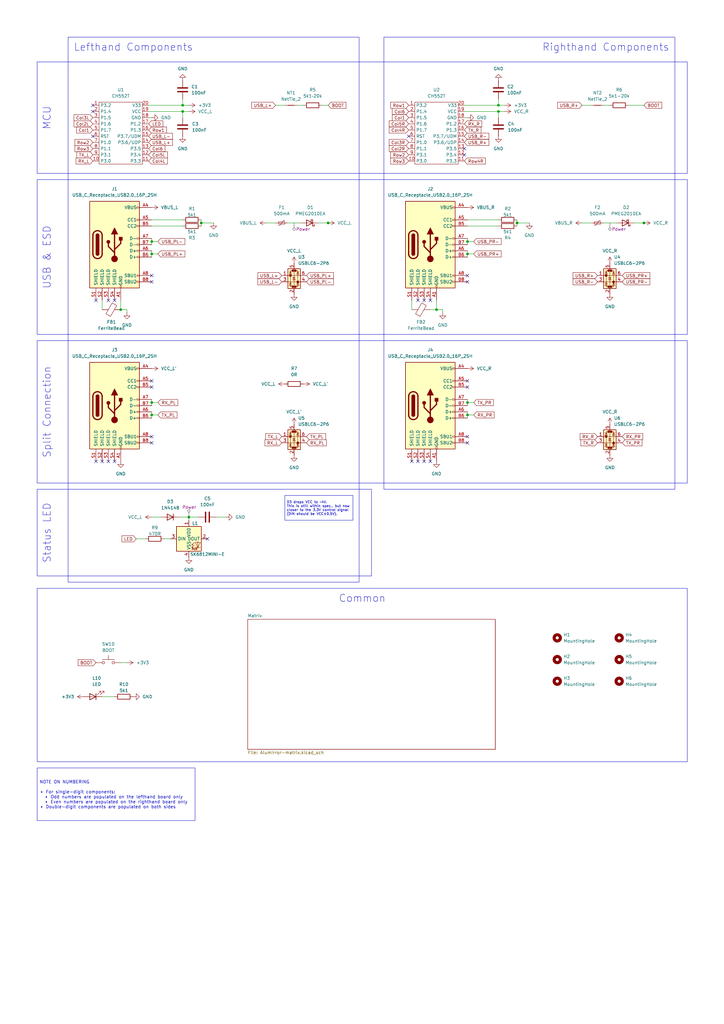
<source format=kicad_sch>
(kicad_sch (version 20231120) (generator "eeschema") (generator_version "8.0")
  (paper "A3" portrait)
  (title_block (title "Alumirror ") (rev "0.1") (company "bgkendall") (comment 1 "Split one-layer reversible keyboard PCB"))
  (lib_symbols
    (symbol "Device:C" (pin_numbers hide) (pin_names (offset 0.254))
      (property "Reference" "C" (at 0.635 2.54 0))
      (property "Value" "C" (at 0.635 -2.54 0))
      (symbol "C_0_1"
        (polyline (pts (xy -2.032 -0.762) (xy 2.032 -0.762)) (stroke (width 0.508)))
        (polyline (pts (xy -2.032 0.762) (xy 2.032 0.762)) (stroke (width 0.508)))
      )
      (symbol "C_1_1"
        (pin passive line (at 0 3.81 270) (length 2.794) (name "~") (number "1"))
        (pin passive line (at 0 -3.81 90) (length 2.794) (name "~") (number "2"))
      )
    )
    (symbol "Device:D" (pin_numbers hide) (pin_names (offset 1.016) hide)
      (property "Reference" "D" (at 0 2.54 0))
      (property "Value" "D" (at 0 -2.54 0))
      (symbol "D_0_1"
        (polyline (pts (xy -1.27 1.27) (xy -1.27 -1.27)) (stroke (width 0.254)))
        (polyline (pts (xy 1.27 0) (xy -1.27 0)))
        (polyline (pts (xy 1.27 1.27) (xy 1.27 -1.27) (xy -1.27 0) (xy 1.27 1.27)) (stroke (width 0.254)))
      )
      (symbol "D_1_1"
        (pin passive line (at -3.81 0 0) (length 2.54) (name "K") (number "1"))
        (pin passive line (at 3.81 0 180) (length 2.54) (name "A") (number "2"))
      )
    )
    (symbol "Device:D_Schottky" (pin_numbers hide) (pin_names (offset 1.016) hide)
      (property "Reference" "D" (at 0 2.54 0))
      (property "Value" "D_Schottky" (at 0 -2.54 0))
      (symbol "D_Schottky_0_1"
        (polyline (pts (xy 1.27 0) (xy -1.27 0)))
        (polyline (pts (xy 1.27 1.27) (xy 1.27 -1.27) (xy -1.27 0) (xy 1.27 1.27)) (stroke (width 0.254)))
        (polyline (pts (xy -1.905 0.635) (xy -1.905 1.27) (xy -1.27 1.27) (xy -1.27 -1.27) (xy -0.635 -1.27) (xy -0.635 -0.635)) (stroke (width 0.254)))
      )
      (symbol "D_Schottky_1_1"
        (pin passive line (at -3.81 0 0) (length 2.54) (name "K") (number "1"))
        (pin passive line (at 3.81 0 180) (length 2.54) (name "A") (number "2"))
      )
    )
    (symbol "Device:FerriteBead" (pin_numbers hide) (pin_names (offset 0))
      (property "Reference" "FB" (at -3.81 0.635 90))
      (property "Value" "FerriteBead" (at 3.81 0 90))
      (symbol "FerriteBead_0_1"
        (polyline (pts (xy 0 -1.27) (xy 0 -1.2192)))
        (polyline (pts (xy 0 1.27) (xy 0 1.2954)))
        (polyline (pts (xy -2.7686 0.4064) (xy -1.7018 2.2606) (xy 2.7686 -0.3048) (xy 1.6764 -2.159) (xy -2.7686 0.4064)))
      )
      (symbol "FerriteBead_1_1"
        (pin passive line (at 0 3.81 270) (length 2.54) (name "~") (number "1"))
        (pin passive line (at 0 -3.81 90) (length 2.54) (name "~") (number "2"))
      )
    )
    (symbol "Device:LED" (pin_numbers hide) (pin_names (offset 1.016) hide)
      (property "Reference" "D" (at 0 2.54 0))
      (property "Value" "LED" (at 0 -2.54 0))
      (symbol "LED_0_1"
        (polyline (pts (xy -1.27 -1.27) (xy -1.27 1.27)) (stroke (width 0.254)))
        (polyline (pts (xy -1.27 0) (xy 1.27 0)))
        (polyline (pts (xy 1.27 -1.27) (xy 1.27 1.27) (xy -1.27 0) (xy 1.27 -1.27)) (stroke (width 0.254)))
        (polyline (pts (xy -3.048 -0.762) (xy -4.572 -2.286) (xy -3.81 -2.286) (xy -4.572 -2.286) (xy -4.572 -1.524)))
        (polyline (pts (xy -1.778 -0.762) (xy -3.302 -2.286) (xy -2.54 -2.286) (xy -3.302 -2.286) (xy -3.302 -1.524)))
      )
      (symbol "LED_1_1"
        (pin passive line (at -3.81 0 0) (length 2.54) (name "K") (number "1"))
        (pin passive line (at 3.81 0 180) (length 2.54) (name "A") (number "2"))
      )
    )
    (symbol "Device:NetTie_2" (pin_numbers hide) (pin_names (offset 0) hide) (in_bom no)
      (property "Reference" "NT" (at 0 1.27 0))
      (property "Value" "NetTie_2" (at 0 -1.27 0))
      (symbol "NetTie_2_0_1"
        (polyline (pts (xy -1.27 0) (xy 1.27 0)) (stroke (width 0.254)))
      )
      (symbol "NetTie_2_1_1"
        (pin passive line (at -2.54 0 0) (length 2.54) (name "1") (number "1"))
        (pin passive line (at 2.54 0 180) (length 2.54) (name "2") (number "2"))
      )
    )
    (symbol "Device:Polyfuse_Small" (pin_numbers hide) (pin_names (offset 0))
      (property "Reference" "F" (at -1.905 0 90))
      (property "Value" "Polyfuse_Small" (at 1.905 0 90))
      (symbol "Polyfuse_Small_0_1"
        (rectangle (start -0.508 1.27) (end 0.508 -1.27))
        (polyline (pts (xy 0 2.54) (xy 0 -2.54)))
        (polyline (pts (xy -1.016 1.27) (xy -1.016 0.762) (xy 1.016 -0.762) (xy 1.016 -1.27)))
      )
      (symbol "Polyfuse_Small_1_1"
        (pin passive line (at 0 2.54 270) (length 0.635) (name "~") (number "1"))
        (pin passive line (at 0 -2.54 90) (length 0.635) (name "~") (number "2"))
      )
    )
    (symbol "Device:R" (pin_numbers hide) (pin_names (offset 0))
      (property "Reference" "R" (at 2.032 0 90))
      (property "Value" "R" (at 0 0 90))
      (symbol "R_0_1"
        (rectangle (start -1.016 -2.54) (end 1.016 2.54) (stroke (width 0.254)))
      )
      (symbol "R_1_1"
        (pin passive line (at 0 3.81 270) (length 1.27) (name "~") (number "1"))
        (pin passive line (at 0 -3.81 90) (length 1.27) (name "~") (number "2"))
      )
    )
    (symbol "Mechanical:MountingHole" (pin_names (offset 1.016)) (exclude_from_sim yes) (in_bom no)
      (property "Reference" "H" (at 0 5.08 0))
      (property "Value" "MountingHole" (at 0 3.175 0))
      (symbol "MountingHole_0_1"
        (circle (center 0 0) (radius 1.27) (stroke (width 1.27)))
      )
    )
    (symbol "PCM_marbastlib-various:SK6812MINI-E"
      (property "Reference" "LED" (at 2.54 6.35 0))
      (property "Value" "SK6812MINI-E" (at 7.62 -6.35 0))
      (symbol "SK6812MINI-E_0_0"
        (text "RGB" (at 2.286 -4.191 0) (effects (font (size 0.762 0.762))))
      )
      (symbol "SK6812MINI-E_0_1"
        (polyline (pts (xy 1.27 -3.556) (xy 1.778 -3.556)))
        (polyline (pts (xy 1.27 -2.54) (xy 1.778 -2.54)))
        (polyline (pts (xy 4.699 -3.556) (xy 2.667 -3.556)))
        (polyline (pts (xy 2.286 -2.54) (xy 1.27 -3.556) (xy 1.27 -3.048)))
        (polyline (pts (xy 2.286 -1.524) (xy 1.27 -2.54) (xy 1.27 -2.032)))
        (polyline (pts (xy 3.683 -1.016) (xy 3.683 -3.556) (xy 3.683 -4.064)))
        (polyline (pts (xy 4.699 -1.524) (xy 2.667 -1.524) (xy 3.683 -3.556) (xy 4.699 -1.524)))
        (rectangle (start 5.08 5.08) (end -5.08 -5.08) (stroke (width 0.254)) (fill (type background)))
      )
      (symbol "SK6812MINI-E_1_1"
        (pin power_in line (at 0 7.62 270) (length 2.54) (name "VDD") (number "1"))
        (pin output line (at 7.62 0 180) (length 2.54) (name "DOUT") (number "2"))
        (pin input line (at -7.62 0 0) (length 2.54) (name "DIN") (number "3"))
        (pin power_in line (at 0 -7.62 90) (length 2.54) (name "VSS") (number "4"))
      )
    )
    (symbol "Power_Protection:USBLC6-2P6" (pin_names hide)
      (property "Reference" "U" (at 0.635 5.715 0))
      (property "Value" "USBLC6-2P6" (at 0.635 3.81 0))
      (symbol "USBLC6-2P6_0_0"
        (circle (center -1.524 0) (radius 0.0001) (stroke (width 0.508)))
        (circle (center -0.508 -4.572) (radius 0.0001) (stroke (width 0.508)))
        (circle (center -0.508 2.032) (radius 0.0001) (stroke (width 0.508)))
        (circle (center 0.508 -4.572) (radius 0.0001) (stroke (width 0.508)))
        (circle (center 0.508 2.032) (radius 0.0001) (stroke (width 0.508)))
        (circle (center 1.524 -2.54) (radius 0.0001) (stroke (width 0.508)))
      )
      (symbol "USBLC6-2P6_0_1"
        (polyline (pts (xy -2.54 -2.54) (xy 2.54 -2.54)))
        (polyline (pts (xy -2.54 0) (xy 2.54 0)))
        (polyline (pts (xy -2.032 -3.048) (xy -1.016 -3.048)))
        (polyline (pts (xy -1.016 1.524) (xy -2.032 1.524)))
        (polyline (pts (xy 1.016 -3.048) (xy 2.032 -3.048)))
        (polyline (pts (xy 1.016 1.524) (xy 2.032 1.524)))
        (polyline (pts (xy -0.508 -1.143) (xy -0.508 -0.762) (xy 0.508 -0.762)))
        (polyline (pts (xy -2.032 0.508) (xy -1.016 0.508) (xy -1.524 1.524) (xy -2.032 0.508)))
        (polyline (pts (xy -1.016 -4.064) (xy -2.032 -4.064) (xy -1.524 -3.048) (xy -1.016 -4.064)))
        (polyline (pts (xy 0.508 -1.778) (xy -0.508 -1.778) (xy 0 -0.762) (xy 0.508 -1.778)))
        (polyline (pts (xy 2.032 -4.064) (xy 1.016 -4.064) (xy 1.524 -3.048) (xy 2.032 -4.064)))
        (polyline (pts (xy 2.032 0.508) (xy 1.016 0.508) (xy 1.524 1.524) (xy 2.032 0.508)))
        (polyline (pts (xy 0 2.54) (xy -0.508 2.032) (xy 0.508 2.032) (xy 0 1.524) (xy 0 -4.064) (xy -0.508 -4.572) (xy 0.508 -4.572) (xy 0 -5.08)))
      )
      (symbol "USBLC6-2P6_1_1"
        (rectangle (start -2.54 2.794) (end 2.54 -5.334) (stroke (width 0.254)) (fill (type background)))
        (polyline (pts (xy -0.508 2.032) (xy -1.524 2.032) (xy -1.524 -4.572) (xy -0.508 -4.572)))
        (polyline (pts (xy 0.508 -4.572) (xy 1.524 -4.572) (xy 1.524 2.032) (xy 0.508 2.032)))
        (pin passive line (at -5.08 0 0) (length 2.54) (name "I/O1") (number "1"))
        (pin passive line (at 0 -7.62 90) (length 2.54) (name "GND") (number "2"))
        (pin passive line (at -5.08 -2.54 0) (length 2.54) (name "I/O2") (number "3"))
        (pin passive line (at 5.08 -2.54 180) (length 2.54) (name "I/O2") (number "4"))
        (pin passive line (at 0 5.08 270) (length 2.54) (name "VBUS") (number "5"))
        (pin passive line (at 5.08 0 180) (length 2.54) (name "I/O1") (number "6"))
      )
    )
    (symbol "Project Library:MCU_CH552T_TSSOP-20"
      (property "Reference" "U1" (at 0.254 13.97 0))
      (property "Value" "CH552T" (at 0.254 11.43 0))
      (symbol "MCU_CH552T_TSSOP-20_0_1"
        (rectangle (start -8.89 10.16) (end 8.89 -15.24))
      )
      (symbol "MCU_CH552T_TSSOP-20_1_1"
        (pin input line (at -11.43 8.89 0) (length 2.54) (name "P3.2") (number "1"))
        (pin input line (at -11.43 -13.97 0) (length 2.54) (name "P3.0") (number "10"))
        (pin input line (at 11.43 -13.97 180) (length 2.54) (name "P3.3") (number "11"))
        (pin input line (at 11.43 -11.43 180) (length 2.54) (name "P3.4") (number "12"))
        (pin input line (at 11.43 -8.89 180) (length 2.54) (name "P3.5") (number "13"))
        (pin input line (at 11.43 -6.35 180) (length 2.54) (name "P3.6/UDP") (number "14"))
        (pin input line (at 11.43 -3.81 180) (length 2.54) (name "P3.7/UDM") (number "15"))
        (pin input line (at 11.43 -1.27 180) (length 2.54) (name "P1.3") (number "16"))
        (pin input line (at 11.43 1.27 180) (length 2.54) (name "P1.2") (number "17"))
        (pin input line (at 11.43 3.81 180) (length 2.54) (name "GND") (number "18"))
        (pin input line (at 11.43 6.35 180) (length 2.54) (name "VCC") (number "19"))
        (pin input line (at -11.43 6.35 0) (length 2.54) (name "P1.4") (number "2"))
        (pin input line (at 11.43 8.89 180) (length 2.54) (name "V33") (number "20"))
        (pin input line (at -11.43 3.81 0) (length 2.54) (name "P1.5") (number "3"))
        (pin input line (at -11.43 1.27 0) (length 2.54) (name "P1.6") (number "4"))
        (pin input line (at -11.43 -1.27 0) (length 2.54) (name "P1.7") (number "5"))
        (pin input line (at -11.43 -3.81 0) (length 2.54) (name "RST") (number "6"))
        (pin input line (at -11.43 -6.35 0) (length 2.54) (name "P1.0") (number "7"))
        (pin input line (at -11.43 -8.89 0) (length 2.54) (name "P1.1") (number "8"))
        (pin input line (at -11.43 -11.43 0) (length 2.54) (name "P3.1") (number "9"))
      )
    )
    (symbol "Project Library:USB_C_Receptacle_USB2.0_16P_2SH" (pin_names (offset 1.016))
      (property "Reference" "J" (at 0 22.225 0))
      (property "Value" "USB_C_Receptacle_USB2.0_16P_2SH" (at 0 19.685 0))
      (symbol "USB_C_Receptacle_USB2.0_16P_2SH_0_0"
        (rectangle (start 2.286 -17.78) (end 2.794 -16.764))
        (rectangle (start 10.16 -14.986) (end 9.144 -15.494))
        (rectangle (start 10.16 -12.446) (end 9.144 -12.954))
        (rectangle (start 10.16 -4.826) (end 9.144 -5.334))
        (rectangle (start 10.16 -2.286) (end 9.144 -2.794))
        (rectangle (start 10.16 0.254) (end 9.144 -0.254))
        (rectangle (start 10.16 2.794) (end 9.144 2.286))
        (rectangle (start 10.16 7.874) (end 9.144 7.366))
        (rectangle (start 10.16 10.414) (end 9.144 9.906))
        (rectangle (start 10.16 15.494) (end 9.144 14.986))
      )
      (symbol "USB_C_Receptacle_USB2.0_16P_2SH_0_1"
        (rectangle (start -10.16 17.78) (end 10.16 -17.78) (stroke (width 0.254)) (fill (type background)))
        (arc (start -8.89 -3.81) (mid -6.985 -5.7067) (end -5.08 -3.81) (stroke (width 0.508)))
        (arc (start -7.62 -3.81) (mid -6.985 -4.4423) (end -6.35 -3.81) (stroke (width 0.254)))
        (arc (start -7.62 -3.81) (mid -6.985 -4.4423) (end -6.35 -3.81) (stroke (width 0.254)) (fill (type outline)))
        (rectangle (start -7.62 -3.81) (end -6.35 3.81) (stroke (width 0.254)) (fill (type outline)))
        (arc (start -6.35 3.81) (mid -6.985 4.4423) (end -7.62 3.81) (stroke (width 0.254)))
        (arc (start -6.35 3.81) (mid -6.985 4.4423) (end -7.62 3.81) (stroke (width 0.254)) (fill (type outline)))
        (arc (start -5.08 3.81) (mid -6.985 5.7067) (end -8.89 3.81) (stroke (width 0.508)))
        (circle (center -2.54 1.143) (radius 0.635) (stroke (width 0.254)) (fill (type outline)))
        (circle (center 0 -5.842) (radius 1.27) (fill (type outline)))
        (polyline (pts (xy -8.89 -3.81) (xy -8.89 3.81)) (stroke (width 0.508)))
        (polyline (pts (xy -5.08 3.81) (xy -5.08 -3.81)) (stroke (width 0.508)))
        (polyline (pts (xy 0 -5.842) (xy 0 4.318)) (stroke (width 0.508)))
        (polyline (pts (xy 0 -3.302) (xy -2.54 -0.762) (xy -2.54 0.508)) (stroke (width 0.508)))
        (polyline (pts (xy 0 -2.032) (xy 2.54 0.508) (xy 2.54 1.778)) (stroke (width 0.508)))
        (polyline (pts (xy -1.27 4.318) (xy 0 6.858) (xy 1.27 4.318) (xy -1.27 4.318)) (stroke (width 0.254)) (fill (type outline)))
        (rectangle (start 1.905 1.778) (end 3.175 3.048) (stroke (width 0.254)) (fill (type outline)))
      )
      (symbol "USB_C_Receptacle_USB2.0_16P_2SH_1_1"
        (pin passive line (at 2.54 -22.86 90) (length 5.08) (name "GND") (number "A1"))
        (pin passive line (at 2.54 -22.86 90) (length 5.08) hide (name "GND") (number "A12"))
        (pin passive line (at 15.24 15.24 180) (length 5.08) (name "VBUS") (number "A4"))
        (pin bidirectional line (at 15.24 10.16 180) (length 5.08) (name "CC1") (number "A5"))
        (pin bidirectional line (at 15.24 -2.54 180) (length 5.08) (name "D+") (number "A6"))
        (pin bidirectional line (at 15.24 2.54 180) (length 5.08) (name "D-") (number "A7"))
        (pin bidirectional line (at 15.24 -12.7 180) (length 5.08) (name "SBU1") (number "A8"))
        (pin passive line (at 15.24 15.24 180) (length 5.08) hide (name "VBUS") (number "A9"))
        (pin passive line (at 2.54 -22.86 90) (length 5.08) hide (name "GND") (number "B1"))
        (pin passive line (at 2.54 -22.86 90) (length 5.08) hide (name "GND") (number "B12"))
        (pin passive line (at 15.24 15.24 180) (length 5.08) hide (name "VBUS") (number "B4"))
        (pin bidirectional line (at 15.24 7.62 180) (length 5.08) (name "CC2") (number "B5"))
        (pin bidirectional line (at 15.24 -5.08 180) (length 5.08) (name "D+") (number "B6"))
        (pin bidirectional line (at 15.24 0 180) (length 5.08) (name "D-") (number "B7"))
        (pin bidirectional line (at 15.24 -15.24 180) (length 5.08) (name "SBU2") (number "B8"))
        (pin passive line (at 15.24 15.24 180) (length 5.08) hide (name "VBUS") (number "B9"))
        (pin passive line (at -7.62 -22.86 90) (length 5.08) (name "SHIELD") (number "S1"))
        (pin passive line (at -5.08 -22.86 90) (length 5.08) (name "SHIELD") (number "S2"))
        (pin passive line (at -2.54 -22.86 90) (length 5.08) (name "SHIELD") (number "S3"))
        (pin passive line (at 0 -22.86 90) (length 5.08) (name "SHIELD") (number "S4"))
      )
    )
    (symbol "Switch:SW_Push" (pin_numbers hide) (pin_names (offset 1.016) hide)
      (property "Reference" "SW" (at 1.27 2.54 0))
      (property "Value" "SW_Push" (at 0 -1.524 0))
      (symbol "SW_Push_0_1"
        (circle (center -2.032 0) (radius 0.508))
        (polyline (pts (xy 0 1.27) (xy 0 3.048)))
        (polyline (pts (xy 2.54 1.27) (xy -2.54 1.27)))
        (circle (center 2.032 0) (radius 0.508))
        (pin passive line (at -5.08 0 0) (length 2.54) (name "1") (number "1"))
        (pin passive line (at 5.08 0 180) (length 2.54) (name "2") (number "2"))
      )
    )
    (symbol "power:+3V3" (power) (pin_names (offset 0))
      (property "Value" "+3V3" (at 0 3.556 0))
      (symbol "+3V3_0_1"
        (polyline (pts (xy -0.762 1.27) (xy 0 2.54)))
        (polyline (pts (xy 0 0) (xy 0 2.54)))
        (polyline (pts (xy 0 2.54) (xy 0.762 1.27)))
      )
      (symbol "+3V3_1_1"
        (pin power_in line (at 0 0 90) (length 0) hide (name "+3V3") (number "1"))
      )
    )
    (symbol "power:GND" (power) (pin_numbers hide) (pin_names (offset 0) hide)
      (property "Value" "GND" (at 0 -3.81 0))
      (symbol "GND_0_1"
        (polyline (pts (xy 0 0) (xy 0 -1.27) (xy 1.27 -1.27) (xy 0 -2.54) (xy -1.27 -1.27) (xy 0 -1.27)))
      )
      (symbol "GND_1_1"
        (pin power_in line (at 0 0 270) (length 0) (name "~") (number "1"))
      )
    )
    (symbol "power:VBUS" (power) (pin_names (offset 0))
      (property "Value" "VBUS" (at 0 3.81 0))
      (symbol "VBUS_0_1"
        (polyline (pts (xy -0.762 1.27) (xy 0 2.54)))
        (polyline (pts (xy 0 0) (xy 0 2.54)))
        (polyline (pts (xy 0 2.54) (xy 0.762 1.27)))
      )
      (symbol "VBUS_1_1"
        (pin power_in line (at 0 0 90) (length 0) hide (name "VBUS") (number "1"))
      )
    )
    (symbol "power:VCC" (power) (pin_names (offset 0))
      (property "Value" "VCC" (at 0 3.81 0))
      (symbol "VCC_0_1"
        (polyline (pts (xy -0.762 1.27) (xy 0 2.54)))
        (polyline (pts (xy 0 0) (xy 0 2.54)))
        (polyline (pts (xy 0 2.54) (xy 0.762 1.27)))
      )
      (symbol "VCC_1_1"
        (pin power_in line (at 0 0 90) (length 0) hide (name "VCC") (number "1"))
      )
    )
  )
  (junction (at 179.07 127))
  (junction (at 62.23 165.1))
  (junction (at 62.23 170.18))
  (junction (at 191.77 170.18))
  (junction (at 264.16 91.44))
  (junction (at 74.93 45.72))
  (junction (at 82.55 91.44))
  (junction (at 62.23 104.14))
  (junction (at 204.47 45.72))
  (junction (at 74.93 43.18))
  (junction (at 134.62 91.44))
  (junction (at 191.77 104.14))
  (junction (at 204.47 43.18))
  (junction (at 212.09 91.44))
  (junction (at 191.77 165.1))
  (junction (at 62.23 99.06))
  (junction (at 49.53 127))
  (junction (at 191.77 99.06))
  (junction (at 77.47 212.09))
  (no_connect (at 190.5 60.96))
  (no_connect (at 173.99 189.23))
  (no_connect (at 168.91 189.23))
  (no_connect (at 44.45 123.19))
  (no_connect (at 62.23 156.21))
  (no_connect (at 176.53 123.19))
  (no_connect (at 171.45 189.23))
  (no_connect (at 62.23 181.61))
  (no_connect (at 38.1 55.88))
  (no_connect (at 191.77 181.61))
  (no_connect (at 62.23 115.57))
  (no_connect (at 191.77 158.75))
  (no_connect (at 167.64 55.88))
  (no_connect (at 176.53 189.23))
  (no_connect (at 62.23 113.03))
  (no_connect (at 39.37 189.23))
  (no_connect (at 38.1 43.18))
  (no_connect (at 190.5 63.5))
  (no_connect (at 85.09 220.98))
  (no_connect (at 46.99 123.19))
  (no_connect (at 44.45 189.23))
  (no_connect (at 191.77 156.21))
  (no_connect (at 41.91 189.23))
  (no_connect (at 62.23 158.75))
  (no_connect (at 171.45 123.19))
  (no_connect (at 38.1 45.72))
  (no_connect (at 191.77 115.57))
  (no_connect (at 191.77 179.07))
  (no_connect (at 39.37 123.19))
  (no_connect (at 191.77 113.03))
  (no_connect (at 173.99 123.19))
  (no_connect (at 62.23 179.07))
  (no_connect (at 46.99 189.23))
  (wire (pts (xy 204.47 45.72) (xy 207.01 45.72)))
  (wire (pts (xy 204.47 92.71) (xy 191.77 92.71)))
  (wire (pts (xy 62.23 168.91) (xy 62.23 170.18)))
  (wire (pts (xy 191.77 170.18) (xy 191.77 171.45)))
  (wire (pts (xy 64.77 99.06) (xy 62.23 99.06)))
  (wire (pts (xy 62.23 97.79) (xy 62.23 99.06)))
  (wire (pts (xy 191.77 163.83) (xy 191.77 165.1)))
  (wire (pts (xy 62.23 99.06) (xy 62.23 100.33)))
  (wire (pts (xy 194.31 170.18) (xy 191.77 170.18)))
  (wire (pts (xy 217.17 91.44) (xy 212.09 91.44)))
  (wire (pts (xy 41.91 123.19) (xy 41.91 127)))
  (wire (pts (xy 181.61 127) (xy 179.07 127)))
  (wire (pts (xy 247.65 91.44) (xy 252.73 91.44)))
  (wire (pts (xy 52.07 271.78) (xy 49.53 271.78)))
  (wire (pts (xy 190.5 45.72) (xy 204.47 45.72)))
  (wire (pts (xy 130.81 91.44) (xy 134.62 91.44)))
  (wire (pts (xy 81.28 212.09) (xy 77.47 212.09)))
  (wire (pts (xy 82.55 90.17) (xy 82.55 91.44)))
  (wire (pts (xy 168.91 127) (xy 168.91 123.19)))
  (wire (pts (xy 264.16 43.18) (xy 257.81 43.18)))
  (wire (pts (xy 87.63 91.44) (xy 82.55 91.44)))
  (wire (pts (xy 74.93 45.72) (xy 77.47 45.72)))
  (wire (pts (xy 74.93 48.26) (xy 74.93 45.72)))
  (wire (pts (xy 134.62 91.44) (xy 135.128 91.44)))
  (wire (pts (xy 212.09 91.44) (xy 212.09 92.71)))
  (wire (pts (xy 109.22 91.44) (xy 113.03 91.44)))
  (wire (pts (xy 60.96 43.18) (xy 74.93 43.18)))
  (wire (pts (xy 62.23 165.1) (xy 62.23 166.37)))
  (wire (pts (xy 190.5 48.26) (xy 191.77 48.26)))
  (wire (pts (xy 74.93 92.71) (xy 62.23 92.71)))
  (wire (pts (xy 204.47 43.18) (xy 207.01 43.18)))
  (wire (pts (xy 55.88 220.98) (xy 59.69 220.98)))
  (wire (pts (xy 194.31 99.06) (xy 191.77 99.06)))
  (wire (pts (xy 179.07 127) (xy 176.53 127)))
  (wire (pts (xy 132.08 43.18) (xy 134.62 43.18)))
  (wire (pts (xy 52.07 127) (xy 52.07 128.27)))
  (wire (pts (xy 62.23 104.14) (xy 62.23 105.41)))
  (wire (pts (xy 64.77 170.18) (xy 62.23 170.18)))
  (wire (pts (xy 62.23 163.83) (xy 62.23 165.1)))
  (wire (pts (xy 238.76 43.18) (xy 242.57 43.18)))
  (wire (pts (xy 52.07 127) (xy 49.53 127)))
  (wire (pts (xy 67.31 220.98) (xy 69.85 220.98)))
  (wire (pts (xy 60.96 48.26) (xy 62.23 48.26)))
  (wire (pts (xy 191.77 168.91) (xy 191.77 170.18)))
  (wire (pts (xy 204.47 48.26) (xy 204.47 45.72)))
  (wire (pts (xy 73.66 212.09) (xy 77.47 212.09)))
  (wire (pts (xy 121.92 43.18) (xy 124.46 43.18)))
  (wire (pts (xy 62.23 170.18) (xy 62.23 171.45)))
  (wire (pts (xy 204.47 40.64) (xy 204.47 43.18)))
  (wire (pts (xy 62.23 212.09) (xy 66.04 212.09)))
  (wire (pts (xy 190.5 43.18) (xy 204.47 43.18)))
  (wire (pts (xy 113.03 43.18) (xy 116.84 43.18)))
  (wire (pts (xy 41.91 285.75) (xy 46.99 285.75)))
  (wire (pts (xy 62.23 102.87) (xy 62.23 104.14)))
  (wire (pts (xy 82.55 91.44) (xy 82.55 92.71)))
  (wire (pts (xy 83.82 220.98) (xy 82.55 220.98)))
  (wire (pts (xy 191.77 102.87) (xy 191.77 104.14)))
  (wire (pts (xy 64.77 165.1) (xy 62.23 165.1)))
  (wire (pts (xy 204.47 90.17) (xy 191.77 90.17)))
  (wire (pts (xy 194.31 104.14) (xy 191.77 104.14)))
  (wire (pts (xy 260.35 91.44) (xy 264.16 91.44)))
  (wire (pts (xy 247.65 43.18) (xy 250.19 43.18)))
  (wire (pts (xy 74.93 90.17) (xy 62.23 90.17)))
  (wire (pts (xy 118.11 91.44) (xy 123.19 91.44)))
  (wire (pts (xy 77.47 212.09) (xy 77.47 213.36)))
  (wire (pts (xy 191.77 104.14) (xy 191.77 105.41)))
  (wire (pts (xy 181.61 127) (xy 181.61 128.27)))
  (wire (pts (xy 191.77 99.06) (xy 191.77 100.33)))
  (wire (pts (xy 238.76 91.44) (xy 242.57 91.44)))
  (wire (pts (xy 49.53 123.19) (xy 49.53 127)))
  (wire (pts (xy 74.93 43.18) (xy 77.47 43.18)))
  (wire (pts (xy 191.77 97.79) (xy 191.77 99.06)))
  (wire (pts (xy 60.96 45.72) (xy 74.93 45.72)))
  (wire (pts (xy 191.77 165.1) (xy 191.77 166.37)))
  (wire (pts (xy 179.07 123.19) (xy 179.07 127)))
  (wire (pts (xy 74.93 40.64) (xy 74.93 43.18)))
  (wire (pts (xy 264.16 91.44) (xy 264.668 91.44)))
  (wire (pts (xy 212.09 90.17) (xy 212.09 91.44)))
  (wire (pts (xy 92.71 212.09) (xy 88.9 212.09)))
  (wire (pts (xy 64.77 104.14) (xy 62.23 104.14)))
  (wire (pts (xy 194.31 165.1) (xy 191.77 165.1)))
  (text_box "Lefthand Components" (at 27.94 15.24 0) (size 119.38 223.52) (effects (font (size 3 3)) (justify left top)))
  (text_box "MCU" (at 15.24 25.4 90) (size 266.7 45.72) (effects (font (size 3 3)) (justify top)))
  (text_box "Common" (at 15.24 241.3 0) (size 266.7 71.12) (effects (font (size 3 3)) (justify top)))
  (text_box "NOTE ON NUMBERING\n\n• For single-digit components:\n  • Odd numbers are populated on the lefthand board only\n  • Even numbers are populated on the righthand board only\n• Double-digit components are populated on both sides" (at 15.24 314.96 0) (size 64.77 21.59) (effects (font (size 1.27 1.27)) (justify left)))
  (text_box "Split Connection" (at 15.24 139.7 90) (size 266.7 58.42) (effects (font (size 3 3)) (justify top)))
  (text_box "Righthand Components" (at 157.48 15.24 0) (size 119.38 185.42) (effects (font (size 3 3)) (justify right top)))
  (text_box "USB & ESD" (at 15.24 73.66 90) (size 266.7 63.5) (effects (font (size 3 3)) (justify top)))
  (text_box "D3 drops VCC to ~4V.\nThis is still within spec., but now\ncloser to the 3.3V control signal\n(DIN should be VCC±0.5V)." (at 116.84 203.2 0) (size 27.94 10.16) (effects (font (size 1 1)) (justify left)))
  (text_box "Status LED" (at 15.24 200.66 90) (size 137.16 35.56) (effects (font (size 3 3)) (justify top)))
  (global_label "USB_R-" (shape input) (at 190.5 55.88 0) (property "Intersheetrefs" "${INTERSHEET_REFS}" (effects (hide yes))))
  (global_label "RX_PR" (shape input) (at 255.27 179.07 0) (property "Intersheetrefs" "${INTERSHEET_REFS}" (effects (hide yes))))
  (global_label "BOOT" (shape input) (at 264.16 43.18 0) (property "Intersheetrefs" "${INTERSHEET_REFS}" (effects (hide yes))))
  (global_label "USB_L-" (shape input) (at 115.57 115.57 180) (property "Intersheetrefs" "${INTERSHEET_REFS}" (effects (hide yes))))
  (global_label "TX_R" (shape input) (at 190.5 53.34 0) (property "Intersheetrefs" "${INTERSHEET_REFS}" (effects (hide yes))))
  (global_label "RX_R" (shape input) (at 245.11 179.07 180) (property "Intersheetrefs" "${INTERSHEET_REFS}" (effects (hide yes))))
  (global_label "TX_PR" (shape input) (at 255.27 181.61 0) (property "Intersheetrefs" "${INTERSHEET_REFS}" (effects (hide yes))))
  (global_label "USB_L+" (shape input) (at 115.57 113.03 180) (property "Intersheetrefs" "${INTERSHEET_REFS}" (effects (hide yes))))
  (global_label "Col1" (shape input) (at 38.1 53.34 180) (property "Intersheetrefs" "${INTERSHEET_REFS}" (effects (hide yes))))
  (global_label "TX_PL" (shape input) (at 125.73 179.07 0) (property "Intersheetrefs" "${INTERSHEET_REFS}" (effects (hide yes))))
  (global_label "Col5L" (shape input) (at 60.96 63.5 0) (property "Intersheetrefs" "${INTERSHEET_REFS}" (effects (hide yes))))
  (global_label "USB_L+" (shape input) (at 60.96 58.42 0) (property "Intersheetrefs" "${INTERSHEET_REFS}" (effects (hide yes))))
  (global_label "Row3" (shape input) (at 38.1 60.96 180) (property "Intersheetrefs" "${INTERSHEET_REFS}" (effects (hide yes))))
  (global_label "USB_PL-" (shape input) (at 125.73 115.57 0) (property "Intersheetrefs" "${INTERSHEET_REFS}" (effects (hide yes))))
  (global_label "LED" (shape input) (at 60.96 50.8 0) (property "Intersheetrefs" "${INTERSHEET_REFS}" (effects (hide yes))))
  (global_label "Row2" (shape input) (at 38.1 58.42 180) (property "Intersheetrefs" "${INTERSHEET_REFS}" (effects (hide yes))))
  (global_label "Col3L" (shape input) (at 38.1 48.26 180) (property "Intersheetrefs" "${INTERSHEET_REFS}" (effects (hide yes))))
  (global_label "USB_PR-" (shape input) (at 194.31 99.06 0) (property "Intersheetrefs" "${INTERSHEET_REFS}" (effects (hide yes))))
  (global_label "Col2L" (shape input) (at 38.1 50.8 180) (property "Intersheetrefs" "${INTERSHEET_REFS}" (effects (hide yes))))
  (global_label "Col5R" (shape input) (at 167.64 50.8 180) (property "Intersheetrefs" "${INTERSHEET_REFS}" (effects (hide yes))))
  (global_label "USB_PR-" (shape input) (at 255.27 115.57 0) (property "Intersheetrefs" "${INTERSHEET_REFS}" (effects (hide yes))))
  (global_label "USB_PR+" (shape input) (at 255.27 113.03 0) (property "Intersheetrefs" "${INTERSHEET_REFS}" (effects (hide yes))))
  (global_label "BOOT" (shape input) (at 134.62 43.18 0) (property "Intersheetrefs" "${INTERSHEET_REFS}" (effects (hide yes))))
  (global_label "USB_R+" (shape input) (at 190.5 58.42 0) (property "Intersheetrefs" "${INTERSHEET_REFS}" (effects (hide yes))))
  (global_label "RX_PL" (shape input) (at 64.77 165.1 0) (property "Intersheetrefs" "${INTERSHEET_REFS}" (effects (hide yes))))
  (global_label "USB_PL-" (shape input) (at 64.77 99.06 0) (property "Intersheetrefs" "${INTERSHEET_REFS}" (effects (hide yes))))
  (global_label "USB_PL+" (shape input) (at 125.73 113.03 0) (property "Intersheetrefs" "${INTERSHEET_REFS}" (effects (hide yes))))
  (global_label "TX_L" (shape input) (at 38.1 63.5 180) (property "Intersheetrefs" "${INTERSHEET_REFS}" (effects (hide yes))))
  (global_label "Col4R" (shape input) (at 167.64 53.34 180) (property "Intersheetrefs" "${INTERSHEET_REFS}" (effects (hide yes))))
  (global_label "USB_L+" (shape input) (at 113.03 43.18 180) (property "Intersheetrefs" "${INTERSHEET_REFS}" (effects (hide yes))))
  (global_label "Col4L" (shape input) (at 60.96 66.04 0) (property "Intersheetrefs" "${INTERSHEET_REFS}" (effects (hide yes))))
  (global_label "Row4R" (shape input) (at 190.5 66.04 0) (property "Intersheetrefs" "${INTERSHEET_REFS}" (effects (hide yes))))
  (global_label "RX_L" (shape input) (at 115.57 181.61 180) (property "Intersheetrefs" "${INTERSHEET_REFS}" (effects (hide yes))))
  (global_label "Col2R" (shape input) (at 167.64 60.96 180) (property "Intersheetrefs" "${INTERSHEET_REFS}" (effects (hide yes))))
  (global_label "USB_R+" (shape input) (at 238.76 43.18 180) (property "Intersheetrefs" "${INTERSHEET_REFS}" (effects (hide yes))))
  (global_label "USB_PR+" (shape input) (at 194.31 104.14 0) (property "Intersheetrefs" "${INTERSHEET_REFS}" (effects (hide yes))))
  (global_label "Row2" (shape input) (at 167.64 63.5 180) (property "Intersheetrefs" "${INTERSHEET_REFS}" (effects (hide yes))))
  (global_label "TX_L" (shape input) (at 115.57 179.07 180) (property "Intersheetrefs" "${INTERSHEET_REFS}" (effects (hide yes))))
  (global_label "Col6" (shape input) (at 60.96 60.96 0) (property "Intersheetrefs" "${INTERSHEET_REFS}" (effects (hide yes))))
  (global_label "USB_PL+" (shape input) (at 64.77 104.14 0) (property "Intersheetrefs" "${INTERSHEET_REFS}" (effects (hide yes))))
  (global_label "USB_L-" (shape input) (at 60.96 55.88 0) (property "Intersheetrefs" "${INTERSHEET_REFS}" (effects (hide yes))))
  (global_label "Row3" (shape input) (at 167.64 66.04 180) (property "Intersheetrefs" "${INTERSHEET_REFS}" (effects (hide yes))))
  (global_label "LED" (shape input) (at 55.88 220.98 180) (property "Intersheetrefs" "${INTERSHEET_REFS}" (effects (hide yes))))
  (global_label "USB_R+" (shape input) (at 245.11 113.03 180) (property "Intersheetrefs" "${INTERSHEET_REFS}" (effects (hide yes))))
  (global_label "TX_PL" (shape input) (at 64.77 170.18 0) (property "Intersheetrefs" "${INTERSHEET_REFS}" (effects (hide yes))))
  (global_label "Col1" (shape input) (at 167.64 48.26 180) (property "Intersheetrefs" "${INTERSHEET_REFS}" (effects (hide yes))))
  (global_label "RX_PR" (shape input) (at 194.31 170.18 0) (property "Intersheetrefs" "${INTERSHEET_REFS}" (effects (hide yes))))
  (global_label "USB_R-" (shape input) (at 245.11 115.57 180) (property "Intersheetrefs" "${INTERSHEET_REFS}" (effects (hide yes))))
  (global_label "TX_PR" (shape input) (at 194.31 165.1 0) (property "Intersheetrefs" "${INTERSHEET_REFS}" (effects (hide yes))))
  (global_label "RX_L" (shape input) (at 38.1 66.04 180) (property "Intersheetrefs" "${INTERSHEET_REFS}" (effects (hide yes))))
  (global_label "BOOT" (shape input) (at 39.37 271.78 180) (property "Intersheetrefs" "${INTERSHEET_REFS}" (effects (hide yes))))
  (global_label "Row1" (shape input) (at 60.96 53.34 0) (property "Intersheetrefs" "${INTERSHEET_REFS}" (effects (hide yes))))
  (global_label "Row1" (shape input) (at 167.64 43.18 180) (property "Intersheetrefs" "${INTERSHEET_REFS}" (effects (hide yes))))
  (global_label "Col6" (shape input) (at 167.64 45.72 180) (property "Intersheetrefs" "${INTERSHEET_REFS}" (effects (hide yes))))
  (global_label "RX_PL" (shape input) (at 125.73 181.61 0) (property "Intersheetrefs" "${INTERSHEET_REFS}" (effects (hide yes))))
  (global_label "RX_R" (shape input) (at 190.5 50.8 0) (property "Intersheetrefs" "${INTERSHEET_REFS}" (effects (hide yes))))
  (global_label "TX_R" (shape input) (at 245.11 181.61 180) (property "Intersheetrefs" "${INTERSHEET_REFS}" (effects (hide yes))))
  (global_label "Col3R" (shape input) (at 167.64 58.42 180) (property "Intersheetrefs" "${INTERSHEET_REFS}" (effects (hide yes))))
  (netclass_flag "" (length 2.54) (shape round) (at 120.65 91.44 180) (property "Netclass" "Power" (at 121.3485 93.98 0) (effects (font (italic yes)) (justify left))))
  (netclass_flag "" (length 2.54) (shape round) (at 250.19 91.44 180) (property "Netclass" "Power" (at 250.8885 93.98 0) (effects (font (italic yes)) (justify left))))
  (netclass_flag "" (length 2.54) (shape round) (at 77.47 212.09 0) (property "Netclass" "Power" (at 74.676 208.026 0) (effects (font (italic yes)) (justify left))))
  (symbol (lib_id "Device:C") (at 74.93 36.83 180) (unit 1)
    (property "Reference" "C1" (at 78.486 35.56 0) (effects (justify right)))
    (property "Value" "100nF" (at 78.486 38.1 0) (effects (justify right)))
    (property "Footprint" "Capacitor_SMD:C_0603_1608Metric" (effects (hide yes)))
    (property "LCSC" "C66501" (effects (hide yes)))
    (property "DigiKey" "1276-1005" (effects (hide yes)))
  )
  (symbol (lib_id "Project Library:USB_C_Receptacle_USB2.0_16P_2SH") (at 176.53 100.33 0) (unit 1)
    (property "Reference" "J2" (at 176.53 77.47 0))
    (property "Value" "USB_C_Receptacle_USB2.0_16P_2SH" (at 176.53 80.01 0))
    (property "Footprint" "Project Library:USB_C_Receptacle_HRO_TYPE-C-31-M-12" (effects (hide yes)))
    (property "Datasheet" "https://www.usb.org/sites/default/files/documents/usb_type-c.zip" (effects (hide yes)))
    (property "Description" "USB 2.0-only 16P Type-C Receptacle connector" (effects (hide yes)))
  )
  (symbol (lib_id "Project Library:USB_C_Receptacle_USB2.0_16P_2SH") (at 176.53 166.37 0) (unit 1)
    (property "Reference" "J4" (at 176.53 143.51 0))
    (property "Value" "USB_C_Receptacle_USB2.0_16P_2SH" (at 176.53 146.05 0))
    (property "Footprint" "Project Library:USB_C_Receptacle_HRO_TYPE-C-31-M-12" (effects (hide yes)))
    (property "Datasheet" "https://www.usb.org/sites/default/files/documents/usb_type-c.zip" (effects (hide yes)))
    (property "Description" "USB 2.0-only 16P Type-C Receptacle connector" (effects (hide yes)))
  )
  (symbol (lib_id "Power_Protection:USBLC6-2P6") (at 250.19 179.07 0) (unit 1)
    (property "Reference" "U6" (at 251.8411 171.45 0) (effects (justify left)))
    (property "Value" "USBLC6-2P6" (at 251.8411 173.99 0) (effects (justify left)))
    (property "Footprint" "Project Library:SOT-666_Mod" (effects (hide yes)))
    (property "Datasheet" "https://www.st.com/resource/en/datasheet/usblc6-2.pdf" (effects (hide yes)))
    (property "Description" "Very low capacitance ESD protection diode, 2 data-line, SOT-666" (effects (hide yes)))
  )
  (symbol (lib_id "Mechanical:MountingHole") (at 228.6 270.51 0) (unit 1) (exclude_from_sim yes) (in_bom no)
    (property "Reference" "H2" (at 231.14 269.2399 0) (effects (justify left)))
    (property "Value" "MountingHole" (at 231.14 271.7799 0) (effects (justify left)))
    (property "Footprint" "Project Library:MountingHole_2.2mm_M2_SMD_Solder_Nut" (effects (hide yes)))
    (property "Description" "Mounting Hole without connection" (effects (hide yes)))
  )
  (symbol (lib_id "Device:Polyfuse_Small") (at 115.57 91.44 90) (unit 1)
    (property "Reference" "F1" (at 115.57 85.09 90))
    (property "Value" "500mA" (at 115.57 87.63 90))
    (property "Footprint" "Fuse:Fuse_0603_1608Metric" (effects (hide yes)))
    (property "LCSC" "C210357" (effects (hide yes)))
    (property "DigiKey" "MF-FSMF050X" (effects (hide yes)))
  )
  (symbol (lib_id "power:VBUS") (at 109.22 91.44 90) (unit 1)
    (property "Reference" "#PWR04" (effects (hide yes)))
    (property "Value" "VBUS_L" (at 105.41 91.4399 90) (effects (justify left)))
  )
  (symbol (lib_id "Mechanical:MountingHole") (at 228.6 261.62 0) (unit 1) (exclude_from_sim yes) (in_bom no)
    (property "Reference" "H1" (at 231.14 260.3499 0) (effects (justify left)))
    (property "Value" "MountingHole" (at 231.14 262.8899 0) (effects (justify left)))
    (property "Footprint" "Project Library:MountingHole_2.2mm_M2_SMD_Solder_Nut" (effects (hide yes)))
    (property "Description" "Mounting Hole without connection" (effects (hide yes)))
  )
  (symbol (lib_id "Mechanical:MountingHole") (at 228.6 279.4 0) (unit 1) (exclude_from_sim yes) (in_bom no)
    (property "Reference" "H3" (at 231.14 278.1299 0) (effects (justify left)))
    (property "Value" "MountingHole" (at 231.14 280.6699 0) (effects (justify left)))
    (property "Footprint" "Project Library:MountingHole_2.2mm_M2_SMD_Solder_Nut" (effects (hide yes)))
    (property "Description" "Mounting Hole without connection" (effects (hide yes)))
  )
  (symbol (lib_id "Device:LED") (at 38.1 285.75 180) (unit 1)
    (property "Reference" "L10" (at 39.6875 278.13 0))
    (property "Value" "LED" (at 39.6875 280.67 0))
    (property "Footprint" "Project Library:LED_0805_2012Metric_Mod" (effects (hide yes)))
    (property "Description" "Light emitting diode" (effects (hide yes)))
  )
  (symbol (lib_id "power:VCC") (at 62.23 151.13 270) (unit 1)
    (property "Reference" "#PWR016" (effects (hide yes)))
    (property "Value" "VCC_L'" (at 66.04 151.1299 90) (effects (justify left)))
  )
  (symbol (lib_id "Project Library:MCU_CH552T_TSSOP-20") (at 49.53 52.07 0) (unit 1)
    (property "Reference" "U1" (at 49.53 36.83 0))
    (property "Value" "CH552T" (at 49.53 39.37 0))
    (property "Footprint" "Package_SO:TSSOP-20_4.4x6.5mm_P0.65mm" (effects (hide yes)))
    (property "Datasheet" "https://www.wch-ic.com/downloads/file/309.html" (effects (hide yes)))
    (property "LCSC" "C111367" (effects (hide yes)))
  )
  (symbol (lib_id "Device:C") (at 204.47 36.83 180) (unit 1)
    (property "Reference" "C2" (at 208.026 35.56 0) (effects (justify right)))
    (property "Value" "100nF" (at 208.026 38.1 0) (effects (justify right)))
    (property "Footprint" "Capacitor_SMD:C_0603_1608Metric" (effects (hide yes)))
    (property "LCSC" "C66501" (effects (hide yes)))
    (property "DigiKey" "1276-1005" (effects (hide yes)))
  )
  (symbol (lib_id "Device:C") (at 85.09 212.09 90) (unit 1)
    (property "Reference" "C5" (at 85.09 204.47 90))
    (property "Value" "100nF" (at 85.09 207.01 90))
    (property "Footprint" "Capacitor_SMD:C_0603_1608Metric" (effects (hide yes)))
    (property "LCSC" "C66501" (effects (hide yes)))
    (property "DigiKey" "1276-1005" (effects (hide yes)))
  )
  (symbol (lib_id "power:GND") (at 204.47 55.88 0) (unit 1)
    (property "Reference" "#PWR030" (effects (hide yes)))
    (property "Value" "GND" (at 204.47 60.96 0))
  )
  (symbol (lib_id "power:GND") (at 250.19 186.69 0) (unit 1)
    (property "Reference" "#PWR032" (effects (hide yes)))
    (property "Value" "GND" (at 250.19 191.77 0))
    (property "Description" "Power symbol creates a global label with name \"GND\" , ground" (effects (hide yes)))
  )
  (symbol (lib_id "power:VCC") (at 120.65 173.99 0) (unit 1)
    (property "Reference" "#PWR02" (effects (hide yes)))
    (property "Value" "VCC_L'" (at 120.65 168.91 0))
  )
  (symbol (lib_id "Device:D_Schottky") (at 127 91.44 180) (unit 1)
    (property "Reference" "D1" (at 127.3175 85.09 0))
    (property "Value" "PMEG2010EA" (at 127.3175 87.63 0))
    (property "Footprint" "Diode_SMD:D_SOD-323" (effects (hide yes)))
    (property "LCSC" "C2837790" (effects (hide yes)))
    (property "DigiKey" "1727-4326" (effects (hide yes)))
  )
  (symbol (lib_id "power:VBUS") (at 62.23 85.09 270) (unit 1)
    (property "Reference" "#PWR00" (effects (hide yes)))
    (property "Value" "VBUS_L" (at 66.04 85.0899 90) (effects (justify left)))
  )
  (symbol (lib_id "Device:FerriteBead") (at 45.72 127 90) (unit 1)
    (property "Reference" "FB1" (at 45.72 132.08 90))
    (property "Value" "FerriteBead" (at 45.72 134.62 90))
    (property "Footprint" "Inductor_SMD:L_0805_2012Metric" (effects (hide yes)))
    (property "Description" "Ferrite bead" (effects (hide yes)))
  )
  (symbol (lib_id "power:VCC") (at 264.16 91.44 270) (unit 1)
    (property "Reference" "#PWR035" (effects (hide yes)))
    (property "Value" "VCC_R" (at 267.97 91.4399 90) (effects (justify left)))
  )
  (symbol (lib_id "power:GND") (at 204.47 33.02 180) (unit 1)
    (property "Reference" "#PWR026" (effects (hide yes)))
    (property "Value" "GND" (at 204.47 28.194 0))
  )
  (symbol (lib_id "power:+3V3") (at 77.47 43.18 270) (unit 1)
    (property "Reference" "#PWR011" (effects (hide yes)))
    (property "Value" "+3V3" (at 81.28 43.18 90) (effects (justify left)))
  )
  (symbol (lib_id "PCM_marbastlib-various:SK6812MINI-E") (at 77.47 220.98 0) (unit 1)
    (property "Reference" "L1" (at 80.01 214.63 0))
    (property "Value" "SK6812MINI-E" (at 85.09 227.33 0))
    (property "Footprint" "PCM_marbastlib-various:LED_6028R" (effects (hide yes)))
    (property "Description" "Reverse mount adressable LED (WS2812 protocol)" (effects (hide yes)))
  )
  (symbol (lib_id "power:GND") (at 179.07 189.23 0) (unit 1)
    (property "Reference" "#PWR033" (effects (hide yes)))
    (property "Value" "GND" (at 179.07 194.31 0))
    (property "Description" "Power symbol creates a global label with name \"GND\" , ground" (effects (hide yes)))
  )
  (symbol (lib_id "power:GND") (at 52.07 128.27 0) (unit 1)
    (property "Reference" "#PWR03" (effects (hide yes)))
    (property "Value" "GND" (at 52.07 133.35 0))
    (property "Description" "Power symbol creates a global label with name \"GND\" , ground" (effects (hide yes)))
  )
  (symbol (lib_id "Device:FerriteBead") (at 172.72 127 90) (unit 1)
    (property "Reference" "FB2" (at 172.72 132.08 90))
    (property "Value" "FerriteBead" (at 172.72 134.62 90))
    (property "Footprint" "Inductor_SMD:L_0805_2012Metric" (effects (hide yes)))
    (property "Description" "Ferrite bead" (effects (hide yes)))
  )
  (symbol (lib_id "Power_Protection:USBLC6-2P6") (at 120.65 179.07 0) (unit 1)
    (property "Reference" "U5" (at 122.3011 171.45 0) (effects (justify left)))
    (property "Value" "USBLC6-2P6" (at 122.3011 173.99 0) (effects (justify left)))
    (property "Footprint" "Project Library:SOT-666_Mod" (effects (hide yes)))
    (property "Datasheet" "https://www.st.com/resource/en/datasheet/usblc6-2.pdf" (effects (hide yes)))
    (property "Description" "Very low capacitance ESD protection diode, 2 data-line, SOT-666" (effects (hide yes)))
  )
  (symbol (lib_id "Device:C") (at 204.47 52.07 0) (unit 1)
    (property "Reference" "C4" (at 208.28 50.7999 0) (effects (justify left)))
    (property "Value" "100nF" (at 208.28 53.3399 0) (effects (justify left)))
    (property "Footprint" "Capacitor_SMD:C_0603_1608Metric" (effects (hide yes)))
    (property "LCSC" "C66501" (effects (hide yes)))
    (property "DigiKey" "1276-1005" (effects (hide yes)))
  )
  (symbol (lib_id "power:GND") (at 120.65 186.69 0) (unit 1)
    (property "Reference" "#PWR014" (effects (hide yes)))
    (property "Value" "GND" (at 120.65 191.77 0))
    (property "Description" "Power symbol creates a global label with name \"GND\" , ground" (effects (hide yes)))
  )
  (symbol (lib_id "Mechanical:MountingHole") (at 254 279.4 0) (unit 1) (exclude_from_sim yes) (in_bom no)
    (property "Reference" "H6" (at 256.54 278.1299 0) (effects (justify left)))
    (property "Value" "MountingHole" (at 256.54 280.6699 0) (effects (justify left)))
    (property "Footprint" "Project Library:MountingHole_2.2mm_M2_SMD_Solder_Nut" (effects (hide yes)))
    (property "Description" "Mounting Hole without connection" (effects (hide yes)))
  )
  (symbol (lib_id "Project Library:USB_C_Receptacle_USB2.0_16P_2SH") (at 46.99 166.37 0) (unit 1)
    (property "Reference" "J3" (at 46.99 143.51 0))
    (property "Value" "USB_C_Receptacle_USB2.0_16P_2SH" (at 46.99 146.05 0))
    (property "Footprint" "Project Library:USB_C_Receptacle_HRO_TYPE-C-31-M-12" (effects (hide yes)))
    (property "Datasheet" "https://www.usb.org/sites/default/files/documents/usb_type-c.zip" (effects (hide yes)))
    (property "Description" "USB 2.0-only 16P Type-C Receptacle connector" (effects (hide yes)))
  )
  (symbol (lib_id "power:GND") (at 191.77 48.26 90) (unit 1)
    (property "Reference" "#PWR029" (effects (hide yes)))
    (property "Value" "GND" (at 195.58 48.2599 90) (effects (justify right)))
    (property "Description" "Power symbol creates a global label with name \"GND\" , ground" (effects (hide yes)))
  )
  (symbol (lib_id "Device:R") (at 208.28 90.17 90) (unit 1)
    (property "Reference" "R2" (at 208.28 85.598 90))
    (property "Value" "5k1" (at 208.28 88.138 90))
    (property "Footprint" "Resistor_SMD:R_0603_1608Metric" (effects (hide yes)))
    (property "LCSC" "C23186" (effects (hide yes)))
    (property "DigiKey" "311-5.10KHR" (effects (hide yes)))
  )
  (symbol (lib_id "power:GND") (at 49.53 189.23 0) (unit 1)
    (property "Reference" "#PWR015" (effects (hide yes)))
    (property "Value" "GND" (at 49.53 194.31 0))
    (property "Description" "Power symbol creates a global label with name \"GND\" , ground" (effects (hide yes)))
  )
  (symbol (lib_id "power:VCC") (at 250.19 173.99 0) (unit 1)
    (property "Reference" "#PWR031" (effects (hide yes)))
    (property "Value" "VCC_R" (at 250.19 168.91 0))
  )
  (symbol (lib_id "Project Library:USB_C_Receptacle_USB2.0_16P_2SH") (at 46.99 100.33 0) (unit 1)
    (property "Reference" "J1" (at 46.99 77.47 0))
    (property "Value" "USB_C_Receptacle_USB2.0_16P_2SH" (at 46.99 80.01 0))
    (property "Footprint" "Project Library:USB_C_Receptacle_HRO_TYPE-C-31-M-12" (effects (hide yes)))
    (property "Datasheet" "https://www.usb.org/sites/default/files/documents/usb_type-c.zip" (effects (hide yes)))
    (property "Description" "USB 2.0-only 16P Type-C Receptacle connector" (effects (hide yes)))
  )
  (symbol (lib_id "power:+3V3") (at 52.07 271.78 270) (unit 1)
    (property "Reference" "#PWR010" (effects (hide yes)))
    (property "Value" "+3V3" (at 55.88 271.7799 90) (effects (justify left)))
  )
  (symbol (lib_id "Device:R") (at 78.74 90.17 90) (unit 1)
    (property "Reference" "R1" (at 78.74 85.598 90))
    (property "Value" "5k1" (at 78.74 88.138 90))
    (property "Footprint" "Resistor_SMD:R_0603_1608Metric" (effects (hide yes)))
    (property "LCSC" "C23186" (effects (hide yes)))
    (property "DigiKey" "311-5.10KHR" (effects (hide yes)))
  )
  (symbol (lib_id "Device:Polyfuse_Small") (at 245.11 91.44 90) (unit 1)
    (property "Reference" "F2" (at 245.11 85.09 90))
    (property "Value" "500mA" (at 245.11 87.63 90))
    (property "Footprint" "Fuse:Fuse_0603_1608Metric" (effects (hide yes)))
    (property "LCSC" "C210357" (effects (hide yes)))
    (property "DigiKey" "MF-FSMF050X" (effects (hide yes)))
  )
  (symbol (lib_id "power:VBUS") (at 191.77 85.09 270) (unit 1)
    (property "Reference" "#PWR023" (effects (hide yes)))
    (property "Value" "VBUS_R" (at 195.58 85.0899 90) (effects (justify left)))
  )
  (symbol (lib_id "power:GND") (at 92.71 212.09 90) (unit 1)
    (property "Reference" "#PWR039" (effects (hide yes)))
    (property "Value" "GND" (at 96.52 212.0899 90) (effects (justify right)))
    (property "Description" "Power symbol creates a global label with name \"GND\" , ground" (effects (hide yes)))
  )
  (symbol (lib_id "power:VCC") (at 250.19 107.95 0) (unit 1)
    (property "Reference" "#PWR036" (effects (hide yes)))
    (property "Value" "VCC_R" (at 250.19 102.87 0))
  )
  (symbol (lib_id "power:VBUS") (at 238.76 91.44 90) (unit 1)
    (property "Reference" "#PWR034" (effects (hide yes)))
    (property "Value" "VBUS_R" (at 234.95 91.4399 90) (effects (justify left)))
  )
  (symbol (lib_id "power:GND") (at 74.93 55.88 0) (unit 1)
    (property "Reference" "#PWR013" (effects (hide yes)))
    (property "Value" "GND" (at 74.93 60.96 0))
  )
  (symbol (lib_id "Device:C") (at 74.93 52.07 0) (unit 1)
    (property "Reference" "C3" (at 78.74 50.7999 0) (effects (justify left)))
    (property "Value" "100nF" (at 78.74 53.3399 0) (effects (justify left)))
    (property "Footprint" "Capacitor_SMD:C_0603_1608Metric" (effects (hide yes)))
    (property "LCSC" "C66501" (effects (hide yes)))
    (property "DigiKey" "1276-1005" (effects (hide yes)))
  )
  (symbol (lib_id "Device:R") (at 128.27 43.18 90) (unit 1)
    (property "Reference" "R5" (at 128.27 36.83 90))
    (property "Value" "5k1–20k" (at 128.27 39.37 90))
    (property "Footprint" "Resistor_SMD:R_0603_1608Metric" (effects (hide yes)))
    (property "LCSC" "C25804" (effects (hide yes)))
    (property "DigiKey" "311-10.0KHR" (effects (hide yes)))
  )
  (symbol (lib_id "power:VCC") (at 34.29 285.75 90) (unit 1)
    (property "Reference" "#PWR020" (effects (hide yes)))
    (property "Value" "+3V3" (at 30.48 285.7499 90) (effects (justify left)))
  )
  (symbol (lib_id "Device:NetTie_2") (at 119.38 43.18 0) (unit 1) (in_bom no)
    (property "Reference" "NT1" (at 119.38 38.1 0))
    (property "Value" "NetTie_2" (at 119.38 40.64 0))
    (property "Footprint" "Project Library:NetTie-2_SMD_Pad0.2mm" (effects (hide yes)))
    (property "Description" "Net tie, 2 pins" (effects (hide yes)))
  )
  (symbol (lib_id "power:VCC") (at 124.46 157.48 270) (unit 1)
    (property "Reference" "#PWR019" (effects (hide yes)))
    (property "Value" "VCC_L'" (at 128.27 157.4799 90) (effects (justify left)))
  )
  (symbol (lib_id "power:GND") (at 120.65 120.65 0) (unit 1)
    (property "Reference" "#PWR07" (effects (hide yes)))
    (property "Value" "GND" (at 120.65 125.73 0))
    (property "Description" "Power symbol creates a global label with name \"GND\" , ground" (effects (hide yes)))
  )
  (symbol (lib_id "power:VCC") (at 207.01 45.72 270) (unit 1)
    (property "Reference" "#PWR028" (effects (hide yes)))
    (property "Value" "VCC_R" (at 210.82 45.7199 90) (effects (justify left)))
  )
  (symbol (lib_id "Device:R") (at 208.28 92.71 90) (mirror x) (unit 1)
    (property "Reference" "R4" (at 208.28 97.536 90))
    (property "Value" "5k1" (at 208.28 94.996 90))
    (property "Footprint" "Resistor_SMD:R_0603_1608Metric" (effects (hide yes)))
    (property "LCSC" "C23186" (effects (hide yes)))
    (property "DigiKey" "311-5.10KHR" (effects (hide yes)))
  )
  (symbol (lib_id "power:GND") (at 77.47 228.6 0) (unit 1)
    (property "Reference" "#PWR038" (effects (hide yes)))
    (property "Value" "GND" (at 77.47 233.68 0))
    (property "Description" "Power symbol creates a global label with name \"GND\" , ground" (effects (hide yes)))
  )
  (symbol (lib_id "power:GND") (at 87.63 91.44 0) (unit 1)
    (property "Reference" "#PWR01" (effects (hide yes)))
    (property "Value" "GND" (at 87.63 96.52 0))
    (property "Description" "Power symbol creates a global label with name \"GND\" , ground" (effects (hide yes)))
  )
  (symbol (lib_id "Power_Protection:USBLC6-2P6") (at 250.19 113.03 0) (unit 1)
    (property "Reference" "U4" (at 251.8411 105.41 0) (effects (justify left)))
    (property "Value" "USBLC6-2P6" (at 251.8411 107.95 0) (effects (justify left)))
    (property "Footprint" "Project Library:SOT-666_Mod" (effects (hide yes)))
    (property "Datasheet" "https://www.st.com/resource/en/datasheet/usblc6-2.pdf" (effects (hide yes)))
    (property "Description" "Very low capacitance ESD protection diode, 2 data-line, SOT-666" (effects (hide yes)))
  )
  (symbol (lib_id "power:VCC") (at 134.62 91.44 270) (unit 1)
    (property "Reference" "#PWR05" (effects (hide yes)))
    (property "Value" "VCC_L" (at 138.43 91.4399 90) (effects (justify left)))
  )
  (symbol (lib_id "power:GND") (at 54.61 285.75 90) (unit 1)
    (property "Reference" "#PWR021" (effects (hide yes)))
    (property "Value" "GND" (at 58.42 285.7499 90) (effects (justify right)))
    (property "Description" "Power symbol creates a global label with name \"GND\" , ground" (effects (hide yes)))
  )
  (symbol (lib_id "power:VCC") (at 191.77 151.13 270) (unit 1)
    (property "Reference" "#PWR022" (effects (hide yes)))
    (property "Value" "VCC_R" (at 195.58 151.1299 90) (effects (justify left)))
  )
  (symbol (lib_id "power:GND") (at 181.61 128.27 0) (unit 1)
    (property "Reference" "#PWR025" (effects (hide yes)))
    (property "Value" "GND" (at 181.61 133.35 0))
    (property "Description" "Power symbol creates a global label with name \"GND\" , ground" (effects (hide yes)))
  )
  (symbol (lib_id "Mechanical:MountingHole") (at 254 261.62 0) (unit 1) (exclude_from_sim yes) (in_bom no)
    (property "Reference" "H4" (at 256.54 260.3499 0) (effects (justify left)))
    (property "Value" "MountingHole" (at 256.54 262.8899 0) (effects (justify left)))
    (property "Footprint" "Project Library:MountingHole_2.2mm_M2_SMD_Solder_Nut" (effects (hide yes)))
    (property "Description" "Mounting Hole without connection" (effects (hide yes)))
  )
  (symbol (lib_id "Device:R") (at 63.5 220.98 90) (unit 1)
    (property "Reference" "R9" (at 63.5 216.408 90))
    (property "Value" "470R" (at 63.5 218.948 90))
    (property "Footprint" "Resistor_SMD:R_0805_2012Metric" (effects (hide yes)))
    (property "LCSC" "C23186" (effects (hide yes)))
    (property "DigiKey" "311-5.10KHR" (effects (hide yes)))
  )
  (symbol (lib_id "power:+3V3") (at 207.01 43.18 270) (unit 1)
    (property "Reference" "#PWR027" (effects (hide yes)))
    (property "Value" "+3V3" (at 210.82 43.18 90) (effects (justify left)))
  )
  (symbol (lib_id "Device:D") (at 69.85 212.09 180) (unit 1)
    (property "Reference" "D3" (at 69.85 205.74 0))
    (property "Value" "1N4148" (at 69.85 208.28 0))
    (property "Footprint" "Project Library:D_SOD-123" (effects (hide yes)))
    (property "Description" "Diode" (effects (hide yes)))
    (property "Sim.Device" "D" (effects (hide yes)))
    (property "Sim.Pins" "1=K 2=A" (effects (hide yes)))
  )
  (symbol (lib_id "power:GND") (at 74.93 33.02 180) (unit 1)
    (property "Reference" "#PWR09" (effects (hide yes)))
    (property "Value" "GND" (at 74.93 28.194 0))
  )
  (symbol (lib_id "power:GND") (at 217.17 91.44 0) (unit 1)
    (property "Reference" "#PWR024" (effects (hide yes)))
    (property "Value" "GND" (at 217.17 96.52 0))
    (property "Description" "Power symbol creates a global label with name \"GND\" , ground" (effects (hide yes)))
  )
  (symbol (lib_id "Project Library:MCU_CH552T_TSSOP-20") (at 179.07 52.07 0) (unit 1)
    (property "Reference" "U2" (at 179.07 36.83 0))
    (property "Value" "CH552T" (at 179.07 39.37 0))
    (property "Footprint" "Package_SO:TSSOP-20_4.4x6.5mm_P0.65mm" (effects (hide yes)))
    (property "Datasheet" "https://www.wch-ic.com/downloads/file/309.html" (effects (hide yes)))
    (property "LCSC" "C111367" (effects (hide yes)))
  )
  (symbol (lib_id "Device:R") (at 254 43.18 90) (unit 1)
    (property "Reference" "R6" (at 254 36.83 90))
    (property "Value" "5k1-20k" (at 254 39.37 90))
    (property "Footprint" "Resistor_SMD:R_0603_1608Metric" (effects (hide yes)))
    (property "LCSC" "C25804" (effects (hide yes)))
    (property "DigiKey" "311-10.0KHR" (effects (hide yes)))
  )
  (symbol (lib_id "Power_Protection:USBLC6-2P6") (at 120.65 113.03 0) (unit 1)
    (property "Reference" "U3" (at 122.3011 105.41 0) (effects (justify left)))
    (property "Value" "USBLC6-2P6" (at 122.3011 107.95 0) (effects (justify left)))
    (property "Footprint" "Project Library:SOT-666_Mod" (effects (hide yes)))
    (property "Datasheet" "https://www.st.com/resource/en/datasheet/usblc6-2.pdf" (effects (hide yes)))
    (property "Description" "Very low capacitance ESD protection diode, 2 data-line, SOT-666" (effects (hide yes)))
  )
  (symbol (lib_id "Device:NetTie_2") (at 245.11 43.18 0) (unit 1) (in_bom no)
    (property "Reference" "NT2" (at 245.11 38.1 0))
    (property "Value" "NetTie_2" (at 245.11 40.64 0))
    (property "Footprint" "Project Library:NetTie-2_SMD_Pad0.2mm" (effects (hide yes)))
    (property "Description" "Net tie, 2 pins" (effects (hide yes)))
  )
  (symbol (lib_id "power:VCC") (at 120.65 107.95 0) (unit 1)
    (property "Reference" "#PWR06" (effects (hide yes)))
    (property "Value" "VCC_L" (at 120.65 102.87 0))
  )
  (symbol (lib_id "power:GND") (at 250.19 120.65 0) (unit 1)
    (property "Reference" "#PWR037" (effects (hide yes)))
    (property "Value" "GND" (at 250.19 125.73 0))
    (property "Description" "Power symbol creates a global label with name \"GND\" , ground" (effects (hide yes)))
  )
  (symbol (lib_id "Device:R") (at 50.8 285.75 90) (unit 1)
    (property "Reference" "R10" (at 50.8 280.67 90))
    (property "Value" "5k1" (at 50.8 283.21 90))
    (property "Footprint" "Resistor_SMD:R_0603_1608Metric" (effects (hide yes)))
    (property "Description" "Resistor" (effects (hide yes)))
  )
  (symbol (lib_id "Device:R") (at 78.74 92.71 90) (mirror x) (unit 1)
    (property "Reference" "R3" (at 78.74 97.536 90))
    (property "Value" "5k1" (at 78.74 94.996 90))
    (property "Footprint" "Resistor_SMD:R_0603_1608Metric" (effects (hide yes)))
    (property "LCSC" "C23186" (effects (hide yes)))
    (property "DigiKey" "311-5.10KHR" (effects (hide yes)))
  )
  (symbol (lib_id "Device:R") (at 120.65 157.48 90) (unit 1)
    (property "Reference" "R7" (at 120.65 151.13 90))
    (property "Value" "0R" (at 120.65 153.67 90))
    (property "Footprint" "Resistor_SMD:R_2010_5025Metric" (effects (hide yes)))
    (property "Description" "Resistor" (effects (hide yes)))
  )
  (symbol (lib_id "Mechanical:MountingHole") (at 254 270.51 0) (unit 1) (exclude_from_sim yes) (in_bom no)
    (property "Reference" "H5" (at 256.54 269.2399 0) (effects (justify left)))
    (property "Value" "MountingHole" (at 256.54 271.7799 0) (effects (justify left)))
    (property "Footprint" "Project Library:MountingHole_2.2mm_M2_SMD_Solder_Nut" (effects (hide yes)))
    (property "Description" "Mounting Hole without connection" (effects (hide yes)))
  )
  (symbol (lib_id "Switch:SW_Push") (at 44.45 271.78 0) (unit 1)
    (property "Reference" "SW10" (at 44.45 264.16 0))
    (property "Value" "BOOT" (at 44.45 266.7 0))
    (property "Footprint" "Project Library:SW_SPST_SKQG_WithStem" (effects (hide yes)))
    (property "LCSC" "C115351" (effects (hide yes)))
    (property "DigiKey" "4809-SKQGABE010" (effects (hide yes)))
  )
  (symbol (lib_id "Device:D_Schottky") (at 256.54 91.44 180) (unit 1)
    (property "Reference" "D2" (at 256.8575 85.09 0))
    (property "Value" "PMEG2010EA" (at 256.8575 87.63 0))
    (property "Footprint" "Diode_SMD:D_SOD-323" (effects (hide yes)))
    (property "LCSC" "C2837790" (effects (hide yes)))
    (property "DigiKey" "1727-4326" (effects (hide yes)))
  )
  (symbol (lib_id "power:VCC") (at 62.23 212.09 90) (unit 1)
    (property "Reference" "#PWR017" (effects (hide yes)))
    (property "Value" "VCC_L" (at 58.42 212.0899 90) (effects (justify left)))
  )
  (symbol (lib_id "power:GND") (at 62.23 48.26 90) (unit 1)
    (property "Reference" "#PWR08" (effects (hide yes)))
    (property "Value" "GND" (at 66.04 48.2599 90) (effects (justify right)))
    (property "Description" "Power symbol creates a global label with name \"GND\" , ground" (effects (hide yes)))
  )
  (symbol (lib_id "power:VCC") (at 116.84 157.48 90) (unit 1)
    (property "Reference" "#PWR018" (effects (hide yes)))
    (property "Value" "VCC_L" (at 113.03 157.4799 90) (effects (justify left)))
  )
  (symbol (lib_id "power:VCC") (at 77.47 45.72 270) (unit 1)
    (property "Reference" "#PWR012" (effects (hide yes)))
    (property "Value" "VCC_L" (at 81.28 45.7199 90) (effects (justify left)))
  )
  (sheet (at 101.6 254) (size 101.6 53.34) (stroke (width 0.1524))
    (property "Sheetname" "Matrix" (at 101.6 253.2884 0) (effects (justify left bottom)))
    (property "Sheetfile" "Alumirror-matrix.kicad_sch" (at 101.6 307.9246 0) (effects (justify left top)))
  )
)
</source>
